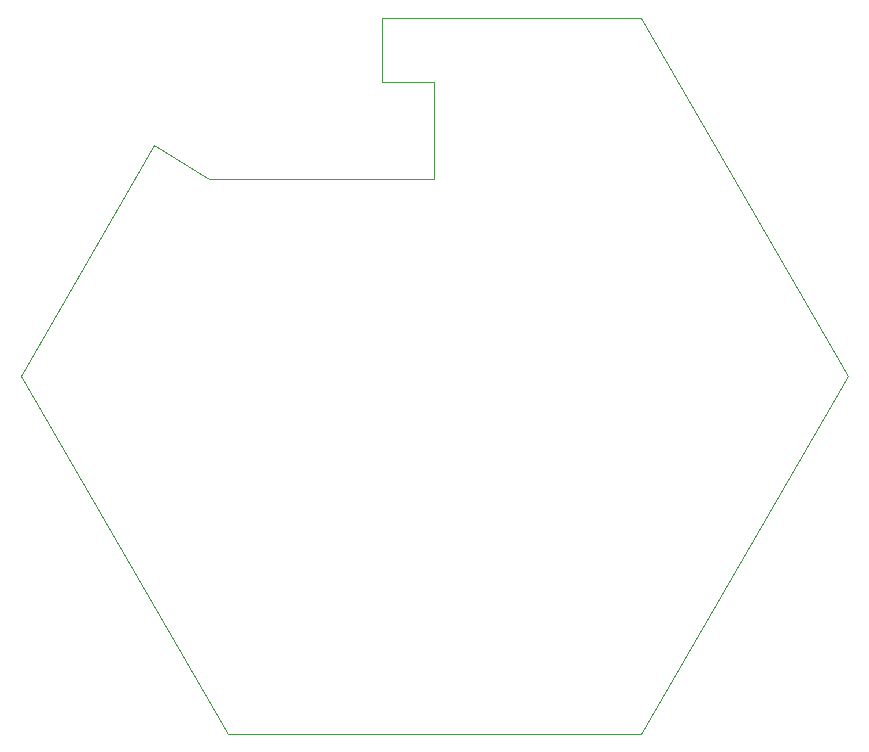
<source format=gm1>
G04 #@! TF.GenerationSoftware,KiCad,Pcbnew,(5.1.5)-3*
G04 #@! TF.CreationDate,2020-02-12T15:38:08+01:00*
G04 #@! TF.ProjectId,MotherBoard,4d6f7468-6572-4426-9f61-72642e6b6963,rev?*
G04 #@! TF.SameCoordinates,Original*
G04 #@! TF.FileFunction,Profile,NP*
%FSLAX46Y46*%
G04 Gerber Fmt 4.6, Leading zero omitted, Abs format (unit mm)*
G04 Created by KiCad (PCBNEW (5.1.5)-3) date 2020-02-12 15:38:08*
%MOMM*%
%LPD*%
G04 APERTURE LIST*
%ADD10C,0.050000*%
G04 APERTURE END LIST*
D10*
X138432540Y-74297540D02*
X157480000Y-74295000D01*
X122500000Y-90932670D02*
X133779260Y-71394320D01*
X175000000Y-60621780D02*
X153035000Y-60624720D01*
X153035000Y-60624720D02*
X153035000Y-66037460D01*
X138432540Y-74297540D02*
X133779260Y-71394320D01*
X157480000Y-66040000D02*
X153035000Y-66040000D01*
X157480000Y-66040000D02*
X157480000Y-74295000D01*
X140000000Y-121243560D02*
X122500000Y-90932670D01*
X175000000Y-121243560D02*
X140000000Y-121243560D01*
X192500000Y-90932670D02*
X175000000Y-121243560D01*
X175000000Y-60621780D02*
X192500000Y-90932670D01*
M02*

</source>
